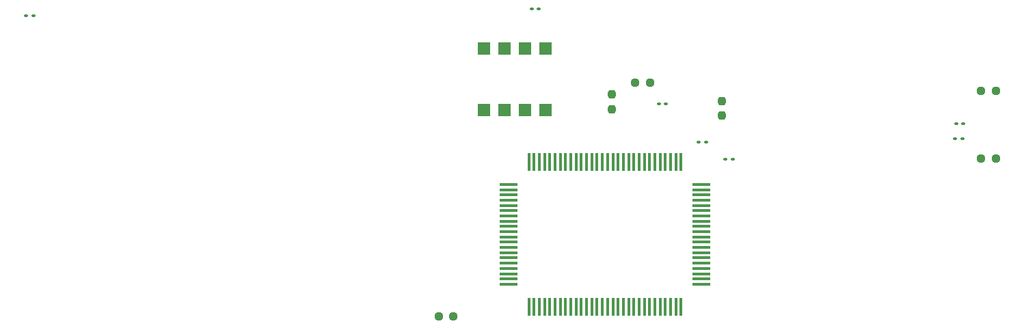
<source format=gbr>
%TF.GenerationSoftware,KiCad,Pcbnew,6.0.2+dfsg-1*%
%TF.CreationDate,2022-05-09T19:42:05-04:00*%
%TF.ProjectId,Cheapsk8_LAN,43686561-7073-46b3-985f-4c414e2e6b69,1*%
%TF.SameCoordinates,Original*%
%TF.FileFunction,Paste,Top*%
%TF.FilePolarity,Positive*%
%FSLAX46Y46*%
G04 Gerber Fmt 4.6, Leading zero omitted, Abs format (unit mm)*
G04 Created by KiCad (PCBNEW 6.0.2+dfsg-1) date 2022-05-09 19:42:05*
%MOMM*%
%LPD*%
G01*
G04 APERTURE LIST*
G04 Aperture macros list*
%AMRoundRect*
0 Rectangle with rounded corners*
0 $1 Rounding radius*
0 $2 $3 $4 $5 $6 $7 $8 $9 X,Y pos of 4 corners*
0 Add a 4 corners polygon primitive as box body*
4,1,4,$2,$3,$4,$5,$6,$7,$8,$9,$2,$3,0*
0 Add four circle primitives for the rounded corners*
1,1,$1+$1,$2,$3*
1,1,$1+$1,$4,$5*
1,1,$1+$1,$6,$7*
1,1,$1+$1,$8,$9*
0 Add four rect primitives between the rounded corners*
20,1,$1+$1,$2,$3,$4,$5,0*
20,1,$1+$1,$4,$5,$6,$7,0*
20,1,$1+$1,$6,$7,$8,$9,0*
20,1,$1+$1,$8,$9,$2,$3,0*%
G04 Aperture macros list end*
%ADD10R,0.350000X2.200000*%
%ADD11R,2.200000X0.350000*%
%ADD12RoundRect,0.237500X-0.250000X-0.237500X0.250000X-0.237500X0.250000X0.237500X-0.250000X0.237500X0*%
%ADD13RoundRect,0.237500X0.250000X0.237500X-0.250000X0.237500X-0.250000X-0.237500X0.250000X-0.237500X0*%
%ADD14RoundRect,0.090000X0.139000X0.090000X-0.139000X0.090000X-0.139000X-0.090000X0.139000X-0.090000X0*%
%ADD15R,1.600000X1.600000*%
%ADD16RoundRect,0.090000X-0.139000X-0.090000X0.139000X-0.090000X0.139000X0.090000X-0.139000X0.090000X0*%
%ADD17RoundRect,0.237500X-0.237500X0.250000X-0.237500X-0.250000X0.237500X-0.250000X0.237500X0.250000X0*%
%ADD18RoundRect,0.237500X0.237500X-0.250000X0.237500X0.250000X-0.237500X0.250000X-0.237500X-0.250000X0*%
G04 APERTURE END LIST*
D10*
%TO.C,U1*%
X125322000Y-119836000D03*
X125972000Y-119836000D03*
X126622000Y-119836000D03*
X127272000Y-119836000D03*
X127922000Y-119836000D03*
X128572000Y-119836000D03*
X129222000Y-119836000D03*
X129872000Y-119836000D03*
X130522000Y-119836000D03*
X131172000Y-119836000D03*
X131822000Y-119836000D03*
X132472000Y-119836000D03*
X133122000Y-119836000D03*
X133772000Y-119836000D03*
X134422000Y-119836000D03*
X135072000Y-119836000D03*
X135722000Y-119836000D03*
X136372000Y-119836000D03*
X137022000Y-119836000D03*
X137672000Y-119836000D03*
X138322000Y-119836000D03*
X138972000Y-119836000D03*
X139622000Y-119836000D03*
X140272000Y-119836000D03*
X140922000Y-119836000D03*
X141572000Y-119836000D03*
X142222000Y-119836000D03*
X142872000Y-119836000D03*
X143522000Y-119836000D03*
X144172000Y-119836000D03*
D11*
X146712000Y-117046000D03*
X146712000Y-116396000D03*
X146712000Y-115746000D03*
X146712000Y-115096000D03*
X146712000Y-114446000D03*
X146712000Y-113796000D03*
X146712000Y-113146000D03*
X146712000Y-112496000D03*
X146712000Y-111846000D03*
X146712000Y-111196000D03*
X146712000Y-110546000D03*
X146712000Y-109896000D03*
X146712000Y-109246000D03*
X146712000Y-108596000D03*
X146712000Y-107946000D03*
X146712000Y-107296000D03*
X146712000Y-106646000D03*
X146712000Y-105996000D03*
X146712000Y-105346000D03*
X146712000Y-104696000D03*
D10*
X144172000Y-101906000D03*
X143522000Y-101906000D03*
X142872000Y-101906000D03*
X142222000Y-101906000D03*
X141572000Y-101906000D03*
X140922000Y-101906000D03*
X140272000Y-101906000D03*
X139622000Y-101906000D03*
X138972000Y-101906000D03*
X138322000Y-101906000D03*
X137672000Y-101906000D03*
X137022000Y-101906000D03*
X136372000Y-101906000D03*
X135722000Y-101906000D03*
X135072000Y-101906000D03*
X134422000Y-101906000D03*
X133772000Y-101906000D03*
X133122000Y-101906000D03*
X132472000Y-101906000D03*
X131822000Y-101906000D03*
X131172000Y-101906000D03*
X130522000Y-101906000D03*
X129872000Y-101906000D03*
X129222000Y-101906000D03*
X128572000Y-101906000D03*
X127922000Y-101906000D03*
X127272000Y-101906000D03*
X126622000Y-101906000D03*
X125972000Y-101906000D03*
X125322000Y-101906000D03*
D11*
X122782000Y-104696000D03*
X122782000Y-105346000D03*
X122782000Y-105996000D03*
X122782000Y-106646000D03*
X122782000Y-107296000D03*
X122782000Y-107946000D03*
X122782000Y-108596000D03*
X122782000Y-109246000D03*
X122782000Y-109896000D03*
X122782000Y-110546000D03*
X122782000Y-111196000D03*
X122782000Y-111846000D03*
X122782000Y-112496000D03*
X122782000Y-113146000D03*
X122782000Y-113796000D03*
X122782000Y-114446000D03*
X122782000Y-115096000D03*
X122782000Y-115746000D03*
X122782000Y-116396000D03*
X122782000Y-117046000D03*
%TD*%
D12*
%TO.C,R18*%
X138510000Y-92075000D03*
X140335000Y-92075000D03*
%TD*%
%TO.C,R14*%
X114149500Y-121031000D03*
X115974500Y-121031000D03*
%TD*%
D13*
%TO.C,R16*%
X183157500Y-93091000D03*
X181332500Y-93091000D03*
%TD*%
D14*
%TO.C,C4*%
X146379500Y-99441000D03*
X147244500Y-99441000D03*
%TD*%
D15*
%TO.C,U3*%
X119761000Y-95504000D03*
X122301000Y-95504000D03*
X124841000Y-95504000D03*
X127381000Y-95504000D03*
X127381000Y-87884000D03*
X124841000Y-87884000D03*
X122301000Y-87884000D03*
X119761000Y-87884000D03*
%TD*%
D16*
%TO.C,C2*%
X126543500Y-82931000D03*
X125678500Y-82931000D03*
%TD*%
%TO.C,C1*%
X63932500Y-83820000D03*
X63067500Y-83820000D03*
%TD*%
D14*
%TO.C,C9*%
X178129500Y-99060000D03*
X178994500Y-99060000D03*
%TD*%
D17*
%TO.C,R15*%
X135636000Y-93552000D03*
X135636000Y-95377000D03*
%TD*%
D13*
%TO.C,R17*%
X183157500Y-101473000D03*
X181332500Y-101473000D03*
%TD*%
D16*
%TO.C,C5*%
X149681500Y-101600000D03*
X150546500Y-101600000D03*
%TD*%
%TO.C,C3*%
X142291500Y-94742000D03*
X141426500Y-94742000D03*
%TD*%
D18*
%TO.C,R19*%
X149225000Y-96162500D03*
X149225000Y-94337500D03*
%TD*%
D14*
%TO.C,C8*%
X178256500Y-97155000D03*
X179121500Y-97155000D03*
%TD*%
M02*

</source>
